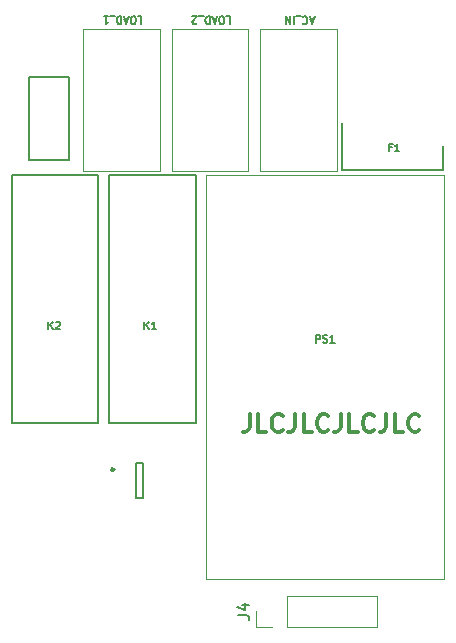
<source format=gbr>
%TF.GenerationSoftware,KiCad,Pcbnew,(5.99.0-10447-gf083f043cb)*%
%TF.CreationDate,2021-07-11T09:51:57-05:00*%
%TF.ProjectId,reptile-monitor-power,72657074-696c-4652-9d6d-6f6e69746f72,rev?*%
%TF.SameCoordinates,Original*%
%TF.FileFunction,Legend,Top*%
%TF.FilePolarity,Positive*%
%FSLAX46Y46*%
G04 Gerber Fmt 4.6, Leading zero omitted, Abs format (unit mm)*
G04 Created by KiCad (PCBNEW (5.99.0-10447-gf083f043cb)) date 2021-07-11 09:51:57*
%MOMM*%
%LPD*%
G01*
G04 APERTURE LIST*
%ADD10C,0.300000*%
%ADD11C,0.127000*%
%ADD12C,0.150000*%
%ADD13C,0.200000*%
%ADD14C,0.120000*%
%ADD15C,0.100000*%
%ADD16C,0.250000*%
G04 APERTURE END LIST*
D10*
X148011428Y-84903571D02*
X148011428Y-85975000D01*
X147940000Y-86189285D01*
X147797142Y-86332142D01*
X147582857Y-86403571D01*
X147440000Y-86403571D01*
X149440000Y-86403571D02*
X148725714Y-86403571D01*
X148725714Y-84903571D01*
X150797142Y-86260714D02*
X150725714Y-86332142D01*
X150511428Y-86403571D01*
X150368571Y-86403571D01*
X150154285Y-86332142D01*
X150011428Y-86189285D01*
X149940000Y-86046428D01*
X149868571Y-85760714D01*
X149868571Y-85546428D01*
X149940000Y-85260714D01*
X150011428Y-85117857D01*
X150154285Y-84975000D01*
X150368571Y-84903571D01*
X150511428Y-84903571D01*
X150725714Y-84975000D01*
X150797142Y-85046428D01*
X151868571Y-84903571D02*
X151868571Y-85975000D01*
X151797142Y-86189285D01*
X151654285Y-86332142D01*
X151440000Y-86403571D01*
X151297142Y-86403571D01*
X153297142Y-86403571D02*
X152582857Y-86403571D01*
X152582857Y-84903571D01*
X154654285Y-86260714D02*
X154582857Y-86332142D01*
X154368571Y-86403571D01*
X154225714Y-86403571D01*
X154011428Y-86332142D01*
X153868571Y-86189285D01*
X153797142Y-86046428D01*
X153725714Y-85760714D01*
X153725714Y-85546428D01*
X153797142Y-85260714D01*
X153868571Y-85117857D01*
X154011428Y-84975000D01*
X154225714Y-84903571D01*
X154368571Y-84903571D01*
X154582857Y-84975000D01*
X154654285Y-85046428D01*
X155725714Y-84903571D02*
X155725714Y-85975000D01*
X155654285Y-86189285D01*
X155511428Y-86332142D01*
X155297142Y-86403571D01*
X155154285Y-86403571D01*
X157154285Y-86403571D02*
X156440000Y-86403571D01*
X156440000Y-84903571D01*
X158511428Y-86260714D02*
X158440000Y-86332142D01*
X158225714Y-86403571D01*
X158082857Y-86403571D01*
X157868571Y-86332142D01*
X157725714Y-86189285D01*
X157654285Y-86046428D01*
X157582857Y-85760714D01*
X157582857Y-85546428D01*
X157654285Y-85260714D01*
X157725714Y-85117857D01*
X157868571Y-84975000D01*
X158082857Y-84903571D01*
X158225714Y-84903571D01*
X158440000Y-84975000D01*
X158511428Y-85046428D01*
X159582857Y-84903571D02*
X159582857Y-85975000D01*
X159511428Y-86189285D01*
X159368571Y-86332142D01*
X159154285Y-86403571D01*
X159011428Y-86403571D01*
X161011428Y-86403571D02*
X160297142Y-86403571D01*
X160297142Y-84903571D01*
X162368571Y-86260714D02*
X162297142Y-86332142D01*
X162082857Y-86403571D01*
X161940000Y-86403571D01*
X161725714Y-86332142D01*
X161582857Y-86189285D01*
X161511428Y-86046428D01*
X161440000Y-85760714D01*
X161440000Y-85546428D01*
X161511428Y-85260714D01*
X161582857Y-85117857D01*
X161725714Y-84975000D01*
X161940000Y-84903571D01*
X162082857Y-84903571D01*
X162297142Y-84975000D01*
X162368571Y-85046428D01*
D11*
%TO.C,F1*%
X160032333Y-62311642D02*
X159820666Y-62311642D01*
X159820666Y-62644261D02*
X159820666Y-62009261D01*
X160123047Y-62009261D01*
X160697571Y-62644261D02*
X160334714Y-62644261D01*
X160516142Y-62644261D02*
X160516142Y-62009261D01*
X160455666Y-62099976D01*
X160395190Y-62160452D01*
X160334714Y-62190690D01*
%TO.C,K1*%
X139107722Y-77710266D02*
X139107722Y-77075266D01*
X139470579Y-77710266D02*
X139198436Y-77347409D01*
X139470579Y-77075266D02*
X139107722Y-77438124D01*
X140075341Y-77710266D02*
X139712484Y-77710266D01*
X139893912Y-77710266D02*
X139893912Y-77075266D01*
X139833436Y-77165981D01*
X139772960Y-77226457D01*
X139712484Y-77256695D01*
D12*
%TO.C,J4*%
X146992380Y-101933333D02*
X147706666Y-101933333D01*
X147849523Y-101980952D01*
X147944761Y-102076190D01*
X147992380Y-102219047D01*
X147992380Y-102314285D01*
X147325714Y-101028571D02*
X147992380Y-101028571D01*
X146944761Y-101266666D02*
X147659047Y-101504761D01*
X147659047Y-100885714D01*
D11*
%TO.C,K2*%
X130979732Y-77710271D02*
X130979732Y-77075271D01*
X131342589Y-77710271D02*
X131070446Y-77347414D01*
X131342589Y-77075271D02*
X130979732Y-77438129D01*
X131584494Y-77135748D02*
X131614732Y-77105510D01*
X131675208Y-77075271D01*
X131826399Y-77075271D01*
X131886875Y-77105510D01*
X131917113Y-77135748D01*
X131947351Y-77196224D01*
X131947351Y-77256700D01*
X131917113Y-77347414D01*
X131554256Y-77710271D01*
X131947351Y-77710271D01*
%TO.C,PS1*%
X153630923Y-78853255D02*
X153630923Y-78218255D01*
X153872828Y-78218255D01*
X153933304Y-78248494D01*
X153963542Y-78278732D01*
X153993780Y-78339208D01*
X153993780Y-78429922D01*
X153963542Y-78490398D01*
X153933304Y-78520636D01*
X153872828Y-78550874D01*
X153630923Y-78550874D01*
X154235685Y-78823017D02*
X154326399Y-78853255D01*
X154477590Y-78853255D01*
X154538066Y-78823017D01*
X154568304Y-78792779D01*
X154598542Y-78732303D01*
X154598542Y-78671827D01*
X154568304Y-78611351D01*
X154538066Y-78581113D01*
X154477590Y-78550874D01*
X154356637Y-78520636D01*
X154296161Y-78490398D01*
X154265923Y-78460160D01*
X154235685Y-78399684D01*
X154235685Y-78339208D01*
X154265923Y-78278732D01*
X154296161Y-78248494D01*
X154356637Y-78218255D01*
X154507828Y-78218255D01*
X154598542Y-78248494D01*
X155203304Y-78853255D02*
X154840447Y-78853255D01*
X155021875Y-78853255D02*
X155021875Y-78218255D01*
X154961399Y-78308970D01*
X154900923Y-78369446D01*
X154840447Y-78399684D01*
%TO.C,J2*%
X146042496Y-51234730D02*
X146344876Y-51234730D01*
X146344876Y-51869730D01*
X145709876Y-51869730D02*
X145588924Y-51869730D01*
X145528448Y-51839492D01*
X145467972Y-51779015D01*
X145437734Y-51658063D01*
X145437734Y-51446396D01*
X145467972Y-51325444D01*
X145528448Y-51264968D01*
X145588924Y-51234730D01*
X145709876Y-51234730D01*
X145770353Y-51264968D01*
X145830829Y-51325444D01*
X145861067Y-51446396D01*
X145861067Y-51658063D01*
X145830829Y-51779015D01*
X145770353Y-51839492D01*
X145709876Y-51869730D01*
X145195829Y-51416158D02*
X144893448Y-51416158D01*
X145256305Y-51234730D02*
X145044638Y-51869730D01*
X144832972Y-51234730D01*
X144621305Y-51234730D02*
X144621305Y-51869730D01*
X144470115Y-51869730D01*
X144379400Y-51839492D01*
X144318924Y-51779015D01*
X144288686Y-51718539D01*
X144258448Y-51597587D01*
X144258448Y-51506872D01*
X144288686Y-51385920D01*
X144318924Y-51325444D01*
X144379400Y-51264968D01*
X144470115Y-51234730D01*
X144621305Y-51234730D01*
X144137496Y-51174253D02*
X143653686Y-51174253D01*
X143532734Y-51809253D02*
X143502496Y-51839492D01*
X143442019Y-51869730D01*
X143290829Y-51869730D01*
X143230353Y-51839492D01*
X143200115Y-51809253D01*
X143169876Y-51748777D01*
X143169876Y-51688301D01*
X143200115Y-51597587D01*
X143562972Y-51234730D01*
X143169876Y-51234730D01*
%TO.C,J1*%
X153455401Y-51416169D02*
X153153020Y-51416169D01*
X153515877Y-51234741D02*
X153304211Y-51869741D01*
X153092544Y-51234741D01*
X152518020Y-51295217D02*
X152548258Y-51264979D01*
X152638973Y-51234741D01*
X152699449Y-51234741D01*
X152790163Y-51264979D01*
X152850639Y-51325455D01*
X152880877Y-51385931D01*
X152911116Y-51506883D01*
X152911116Y-51597598D01*
X152880877Y-51718550D01*
X152850639Y-51779026D01*
X152790163Y-51839503D01*
X152699449Y-51869741D01*
X152638973Y-51869741D01*
X152548258Y-51839503D01*
X152518020Y-51809264D01*
X152397068Y-51174264D02*
X151913258Y-51174264D01*
X151762068Y-51234741D02*
X151762068Y-51869741D01*
X151459687Y-51234741D02*
X151459687Y-51869741D01*
X151096830Y-51234741D01*
X151096830Y-51869741D01*
%TO.C,J3*%
X138552493Y-51234728D02*
X138854873Y-51234728D01*
X138854873Y-51869728D01*
X138219873Y-51869728D02*
X138098921Y-51869728D01*
X138038445Y-51839490D01*
X137977969Y-51779013D01*
X137947731Y-51658061D01*
X137947731Y-51446394D01*
X137977969Y-51325442D01*
X138038445Y-51264966D01*
X138098921Y-51234728D01*
X138219873Y-51234728D01*
X138280350Y-51264966D01*
X138340826Y-51325442D01*
X138371064Y-51446394D01*
X138371064Y-51658061D01*
X138340826Y-51779013D01*
X138280350Y-51839490D01*
X138219873Y-51869728D01*
X137705826Y-51416156D02*
X137403445Y-51416156D01*
X137766302Y-51234728D02*
X137554635Y-51869728D01*
X137342969Y-51234728D01*
X137131302Y-51234728D02*
X137131302Y-51869728D01*
X136980112Y-51869728D01*
X136889397Y-51839490D01*
X136828921Y-51779013D01*
X136798683Y-51718537D01*
X136768445Y-51597585D01*
X136768445Y-51506870D01*
X136798683Y-51385918D01*
X136828921Y-51325442D01*
X136889397Y-51264966D01*
X136980112Y-51234728D01*
X137131302Y-51234728D01*
X136647493Y-51174251D02*
X136163683Y-51174251D01*
X135679873Y-51234728D02*
X136042731Y-51234728D01*
X135861302Y-51234728D02*
X135861302Y-51869728D01*
X135921778Y-51779013D01*
X135982254Y-51718537D01*
X136042731Y-51688299D01*
D13*
%TO.C,F1*%
X164367000Y-64230000D02*
X164367000Y-62230000D01*
X155867000Y-60230000D02*
X155867000Y-64230000D01*
X155867000Y-64230000D02*
X164367000Y-64230000D01*
D12*
%TO.C,K1*%
X136146982Y-85637004D02*
X136146982Y-64637003D01*
X143446983Y-85637004D02*
X136146982Y-85637004D01*
X143446983Y-85637004D02*
X143446983Y-64637003D01*
X143446983Y-64637003D02*
X136146982Y-64637003D01*
D14*
%TO.C,J4*%
X149870000Y-102930000D02*
X148540000Y-102930000D01*
X151140000Y-102930000D02*
X151140000Y-100270000D01*
X148540000Y-102930000D02*
X148540000Y-101600000D01*
X158820000Y-102930000D02*
X158820000Y-100270000D01*
X151140000Y-102930000D02*
X158820000Y-102930000D01*
X151140000Y-100270000D02*
X158820000Y-100270000D01*
D12*
%TO.C,K2*%
X127872003Y-85637009D02*
X127872003Y-64637008D01*
X135172004Y-85637009D02*
X127872003Y-85637009D01*
X135172004Y-85637009D02*
X135172004Y-64637008D01*
X135172004Y-64637008D02*
X127872003Y-64637008D01*
D14*
%TO.C,PS1*%
X164501995Y-64651494D02*
X144301995Y-64651494D01*
X157901995Y-64261494D02*
X155891995Y-64261494D01*
X144301995Y-64651494D02*
X144301995Y-98851494D01*
X164501995Y-98851494D02*
X164501995Y-64651494D01*
X144301995Y-98851494D02*
X164501995Y-98851494D01*
D12*
%TO.C,RV1*%
X129349000Y-56404000D02*
X129349000Y-63404000D01*
X132749000Y-63404000D02*
X129349000Y-63404000D01*
X132749000Y-56404000D02*
X132749000Y-63404000D01*
X132749000Y-56404000D02*
X129349000Y-56404000D01*
D15*
%TO.C,J2*%
X147904510Y-64282995D02*
X141404510Y-64282995D01*
X141404510Y-52282995D02*
X147904510Y-52282995D01*
X141404510Y-64282995D02*
X141404510Y-52282995D01*
X147904510Y-52282995D02*
X147904510Y-64282995D01*
%TO.C,J1*%
X148893000Y-52283000D02*
X155393000Y-52283000D01*
X155393000Y-64283000D02*
X148893000Y-64283000D01*
X148893000Y-64283000D02*
X148893000Y-52283000D01*
X155393000Y-52283000D02*
X155393000Y-64283000D01*
%TO.C,J3*%
X133914507Y-52282995D02*
X140414507Y-52282995D01*
X140414507Y-52282995D02*
X140414507Y-64282995D01*
X140414507Y-64282995D02*
X133914507Y-64282995D01*
X133914507Y-64282995D02*
X133914507Y-52282995D01*
D12*
%TO.C,U1*%
X138984000Y-89051000D02*
X138984000Y-92051000D01*
X138384000Y-89051000D02*
X138984000Y-89051000D01*
X138984000Y-92051000D02*
X138384000Y-92051000D01*
X138384000Y-92051000D02*
X138384000Y-89051000D01*
D16*
X136534000Y-89601000D02*
G75*
G03*
X136534000Y-89601000I-125000J0D01*
G01*
%TD*%
M02*

</source>
